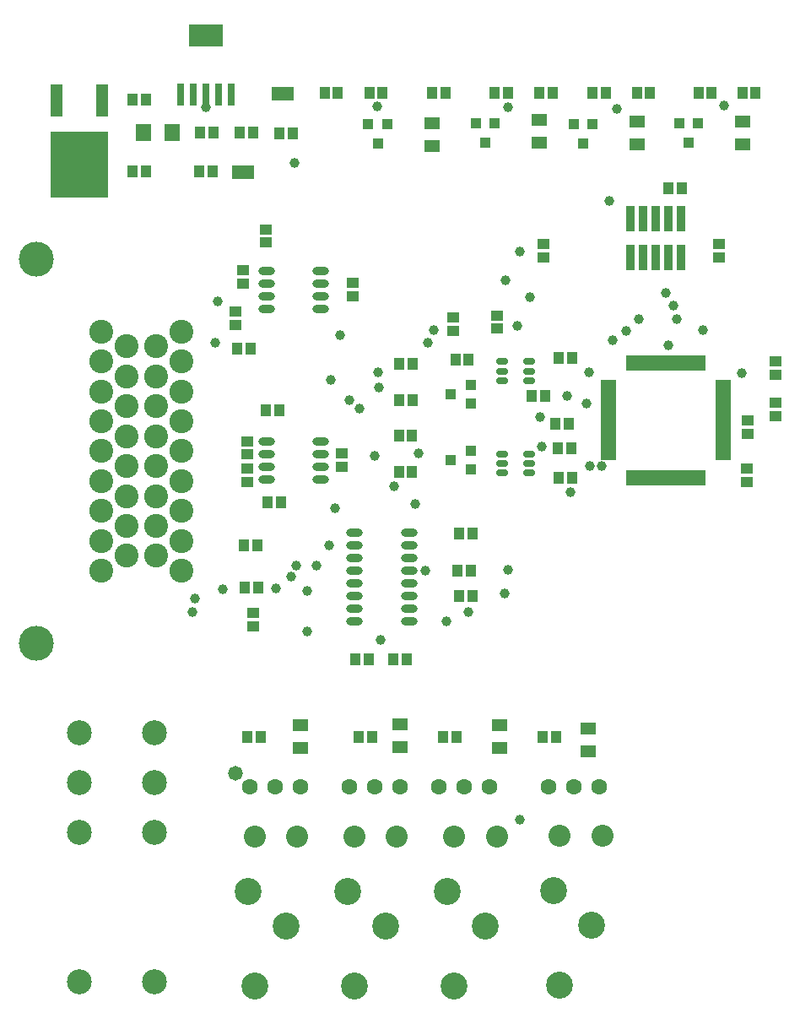
<source format=gts>
G04*
G04 #@! TF.GenerationSoftware,Altium Limited,Altium Designer,19.1.8 (144)*
G04*
G04 Layer_Color=8388736*
%FSLAX25Y25*%
%MOIN*%
G70*
G01*
G75*
%ADD36R,0.03792X0.10249*%
%ADD37R,0.06115X0.01981*%
%ADD38R,0.01981X0.06115*%
%ADD39O,0.06509X0.03162*%
%ADD40O,0.04737X0.02769*%
%ADD41R,0.03162X0.09068*%
%ADD42R,0.13398X0.09068*%
%ADD43R,0.08871X0.05328*%
%ADD44R,0.04540X0.04147*%
%ADD45R,0.04147X0.04540*%
%ADD46R,0.04737X0.12611*%
%ADD47R,0.22650X0.25997*%
%ADD48R,0.03950X0.04343*%
%ADD49R,0.05918X0.05131*%
%ADD50R,0.04343X0.03950*%
%ADD51R,0.06115X0.06509*%
%ADD52R,0.04343X0.04737*%
%ADD53R,0.04737X0.04343*%
%ADD54C,0.06312*%
%ADD55C,0.09461*%
%ADD56C,0.13792*%
%ADD57C,0.10642*%
%ADD58C,0.08674*%
%ADD59C,0.09855*%
%ADD60C,0.05800*%
%ADD61C,0.03875*%
D36*
X250249Y303564D02*
D03*
Y318918D02*
D03*
X255249Y303564D02*
D03*
Y318918D02*
D03*
X260249Y303564D02*
D03*
Y318918D02*
D03*
X265249Y303564D02*
D03*
Y318918D02*
D03*
X270249Y303564D02*
D03*
Y318918D02*
D03*
D37*
X241594Y254064D02*
D03*
Y252095D02*
D03*
Y250127D02*
D03*
Y248158D02*
D03*
Y246190D02*
D03*
Y244221D02*
D03*
Y242253D02*
D03*
Y240284D02*
D03*
Y238316D02*
D03*
Y236347D02*
D03*
Y234379D02*
D03*
Y232410D02*
D03*
Y230442D02*
D03*
Y228473D02*
D03*
Y226505D02*
D03*
Y224536D02*
D03*
X286870D02*
D03*
Y226505D02*
D03*
Y228473D02*
D03*
Y230442D02*
D03*
Y232410D02*
D03*
Y234379D02*
D03*
Y236347D02*
D03*
Y238316D02*
D03*
Y240284D02*
D03*
Y242253D02*
D03*
Y244221D02*
D03*
Y246190D02*
D03*
Y248158D02*
D03*
Y250127D02*
D03*
Y252095D02*
D03*
Y254064D02*
D03*
D38*
X249468Y216662D02*
D03*
X251436D02*
D03*
X253405D02*
D03*
X255374D02*
D03*
X257342D02*
D03*
X259311D02*
D03*
X261279D02*
D03*
X263248D02*
D03*
X265216D02*
D03*
X267185D02*
D03*
X269153D02*
D03*
X271122D02*
D03*
X273090D02*
D03*
X275059D02*
D03*
X277027D02*
D03*
X278996D02*
D03*
Y261938D02*
D03*
X277027D02*
D03*
X275059D02*
D03*
X273090D02*
D03*
X271122D02*
D03*
X269153D02*
D03*
X267185D02*
D03*
X265216D02*
D03*
X263248D02*
D03*
X261279D02*
D03*
X259311D02*
D03*
X257342D02*
D03*
X255374D02*
D03*
X253405D02*
D03*
X251436D02*
D03*
X249468D02*
D03*
D39*
X162757Y160000D02*
D03*
Y165000D02*
D03*
Y170000D02*
D03*
Y175000D02*
D03*
Y180000D02*
D03*
Y185000D02*
D03*
Y190000D02*
D03*
Y195000D02*
D03*
X141300Y160000D02*
D03*
Y165000D02*
D03*
Y170000D02*
D03*
Y175000D02*
D03*
Y180000D02*
D03*
Y185000D02*
D03*
Y190000D02*
D03*
Y195000D02*
D03*
X106473Y298100D02*
D03*
Y293100D02*
D03*
Y288100D02*
D03*
Y283100D02*
D03*
X127929Y298100D02*
D03*
Y293100D02*
D03*
Y288100D02*
D03*
Y283100D02*
D03*
X106472Y230900D02*
D03*
Y225900D02*
D03*
Y220900D02*
D03*
Y215900D02*
D03*
X127928Y230900D02*
D03*
Y225900D02*
D03*
Y220900D02*
D03*
Y215900D02*
D03*
D40*
X199409Y262402D02*
D03*
Y258661D02*
D03*
Y254921D02*
D03*
X210039Y262402D02*
D03*
Y258661D02*
D03*
Y254921D02*
D03*
X199523Y225898D02*
D03*
Y222158D02*
D03*
Y218418D02*
D03*
X210153Y225898D02*
D03*
Y222158D02*
D03*
Y218418D02*
D03*
D41*
X72400Y367787D02*
D03*
X77400D02*
D03*
X82400D02*
D03*
X87400D02*
D03*
X92400D02*
D03*
D42*
X82400Y391213D02*
D03*
D43*
X112802Y368209D02*
D03*
X97053Y337264D02*
D03*
D44*
X307480Y257283D02*
D03*
Y262402D02*
D03*
X296000Y215000D02*
D03*
Y220118D02*
D03*
X307500Y241000D02*
D03*
Y246118D02*
D03*
X197539Y275394D02*
D03*
Y280512D02*
D03*
X97229Y298429D02*
D03*
Y293311D02*
D03*
X98700Y230959D02*
D03*
Y225841D02*
D03*
D45*
X196555Y368596D02*
D03*
X201673D02*
D03*
X214272D02*
D03*
X219390D02*
D03*
X277067D02*
D03*
X282185D02*
D03*
X294488D02*
D03*
X299606D02*
D03*
X235236D02*
D03*
X240354D02*
D03*
X252854D02*
D03*
X257972D02*
D03*
X129527D02*
D03*
X134646D02*
D03*
X152264Y368602D02*
D03*
X147146D02*
D03*
X171949Y368504D02*
D03*
X177067D02*
D03*
X181004Y263189D02*
D03*
X186122D02*
D03*
X158858Y218898D02*
D03*
X163976D02*
D03*
X158858Y233071D02*
D03*
X163976D02*
D03*
D46*
X41616Y365494D02*
D03*
X23584D02*
D03*
D47*
X32600Y340100D02*
D03*
D48*
X273228Y348721D02*
D03*
X269488Y356595D02*
D03*
X276969D02*
D03*
X231496Y348469D02*
D03*
X227756Y356343D02*
D03*
X235236D02*
D03*
X192913Y348721D02*
D03*
X189173Y356594D02*
D03*
X196653D02*
D03*
X150394Y348425D02*
D03*
X146653Y356299D02*
D03*
X154134D02*
D03*
D49*
X214173Y348819D02*
D03*
Y357874D02*
D03*
X233500Y108445D02*
D03*
Y117500D02*
D03*
X159197Y110291D02*
D03*
Y119346D02*
D03*
X119827Y109701D02*
D03*
Y118756D02*
D03*
X198567Y109701D02*
D03*
Y118756D02*
D03*
X294488Y348178D02*
D03*
Y357233D02*
D03*
X252756Y348178D02*
D03*
Y357233D02*
D03*
X171936Y347378D02*
D03*
Y356433D02*
D03*
D50*
X179134Y249508D02*
D03*
X187008Y253248D02*
D03*
Y245768D02*
D03*
X179134Y223524D02*
D03*
X187008Y227264D02*
D03*
Y219783D02*
D03*
D51*
X69307Y352714D02*
D03*
X57693D02*
D03*
D52*
X58857Y337651D02*
D03*
X53542D02*
D03*
X211122Y248720D02*
D03*
X216437D02*
D03*
X265243Y330700D02*
D03*
X270557D02*
D03*
X221358Y228346D02*
D03*
X226673D02*
D03*
X220472Y237992D02*
D03*
X225787D02*
D03*
X146858Y144882D02*
D03*
X141542D02*
D03*
X156496Y144882D02*
D03*
X161811D02*
D03*
X227067Y263779D02*
D03*
X221752D02*
D03*
X227067Y216535D02*
D03*
X221752D02*
D03*
X106299Y243307D02*
D03*
X111614D02*
D03*
X111516Y352600D02*
D03*
X116831D02*
D03*
X85335Y353000D02*
D03*
X80020D02*
D03*
X98764Y114228D02*
D03*
X104079D02*
D03*
X181540Y114228D02*
D03*
X176225D02*
D03*
X182382Y169882D02*
D03*
X187697D02*
D03*
X181943Y179800D02*
D03*
X187258D02*
D03*
X164075Y247244D02*
D03*
X158760D02*
D03*
X79985Y337402D02*
D03*
X85300D02*
D03*
X95767Y352756D02*
D03*
X101082D02*
D03*
X53543Y365700D02*
D03*
X58857D02*
D03*
X94882Y267618D02*
D03*
X100197D02*
D03*
X103051Y173228D02*
D03*
X97736D02*
D03*
X102854Y189862D02*
D03*
X97539D02*
D03*
X112057Y207000D02*
D03*
X106743D02*
D03*
X182579Y194488D02*
D03*
X187893D02*
D03*
X164075Y261417D02*
D03*
X158760D02*
D03*
X148272Y114326D02*
D03*
X142957D02*
D03*
X220910Y114228D02*
D03*
X215595D02*
D03*
D53*
X296457Y233858D02*
D03*
Y239173D02*
D03*
X106299Y309350D02*
D03*
Y314665D02*
D03*
X140500Y288243D02*
D03*
Y293558D02*
D03*
X136100Y220942D02*
D03*
Y226257D02*
D03*
X101000Y163157D02*
D03*
Y157843D02*
D03*
X94193Y282086D02*
D03*
Y276772D02*
D03*
X180100Y274443D02*
D03*
Y279757D02*
D03*
X98800Y220057D02*
D03*
Y214743D02*
D03*
X285200Y308957D02*
D03*
Y303642D02*
D03*
X215800Y308957D02*
D03*
Y303642D02*
D03*
D54*
X119827Y94543D02*
D03*
X109827D02*
D03*
X99827D02*
D03*
X237937Y94543D02*
D03*
X227938D02*
D03*
X217937D02*
D03*
X159197Y94543D02*
D03*
X149197D02*
D03*
X139197D02*
D03*
X194630Y94543D02*
D03*
X184630D02*
D03*
X174630D02*
D03*
D55*
X72677Y179807D02*
D03*
Y191618D02*
D03*
Y203429D02*
D03*
Y215240D02*
D03*
Y227051D02*
D03*
Y238862D02*
D03*
Y250673D02*
D03*
Y262484D02*
D03*
Y274295D02*
D03*
X62835Y185713D02*
D03*
Y197524D02*
D03*
Y209335D02*
D03*
Y221146D02*
D03*
Y232957D02*
D03*
Y244768D02*
D03*
Y256579D02*
D03*
Y268390D02*
D03*
X51024Y185713D02*
D03*
Y197524D02*
D03*
Y209335D02*
D03*
Y221146D02*
D03*
Y232957D02*
D03*
Y244768D02*
D03*
Y256579D02*
D03*
Y268390D02*
D03*
X41181Y179807D02*
D03*
Y191618D02*
D03*
Y203429D02*
D03*
Y215240D02*
D03*
Y227051D02*
D03*
Y238862D02*
D03*
Y250673D02*
D03*
Y262484D02*
D03*
Y274295D02*
D03*
D56*
X15590Y302839D02*
D03*
Y151264D02*
D03*
D57*
X141048Y15803D02*
D03*
X138489Y53204D02*
D03*
X153449Y39425D02*
D03*
X180418Y15803D02*
D03*
X177859Y53204D02*
D03*
X192819Y39425D02*
D03*
X101678Y15803D02*
D03*
X99119Y53204D02*
D03*
X114079Y39425D02*
D03*
X222288Y16196D02*
D03*
X219729Y53598D02*
D03*
X234689Y39819D02*
D03*
D58*
X157977Y74858D02*
D03*
X141048D02*
D03*
X197347D02*
D03*
X180418D02*
D03*
X118607D02*
D03*
X101678D02*
D03*
X239217Y75252D02*
D03*
X222288D02*
D03*
D59*
X32480Y115929D02*
D03*
X62008D02*
D03*
X32480Y76559D02*
D03*
Y96244D02*
D03*
X62008Y76559D02*
D03*
Y96244D02*
D03*
Y17504D02*
D03*
X32480D02*
D03*
D60*
X94000Y100000D02*
D03*
D61*
X177500Y160000D02*
D03*
X205500Y276500D02*
D03*
X210500Y288000D02*
D03*
X151500Y152500D02*
D03*
X135500Y273000D02*
D03*
X186000Y163500D02*
D03*
X89283Y172402D02*
D03*
X225000Y249000D02*
D03*
X243000Y271000D02*
D03*
X265216Y268716D02*
D03*
X248500Y274500D02*
D03*
X253405Y279094D02*
D03*
X232677Y246007D02*
D03*
X150098Y363189D02*
D03*
X82400Y362768D02*
D03*
X200591Y170768D02*
D03*
X201969Y180217D02*
D03*
X215158Y228740D02*
D03*
X226500Y211000D02*
D03*
X118012Y181693D02*
D03*
X110000Y173000D02*
D03*
X77165Y163484D02*
D03*
X122441Y155905D02*
D03*
X126279Y181988D02*
D03*
X150787Y252264D02*
D03*
X278839Y275000D02*
D03*
X268406Y279232D02*
D03*
X267126Y284449D02*
D03*
X287013Y363572D02*
D03*
X294094Y257972D02*
D03*
X244783Y362205D02*
D03*
X201673Y362697D02*
D03*
X214567Y240650D02*
D03*
X234252Y221260D02*
D03*
X206398Y305807D02*
D03*
X149114Y225197D02*
D03*
X143110Y243898D02*
D03*
X166437Y226279D02*
D03*
X150401Y258084D02*
D03*
X156890Y213090D02*
D03*
X139117Y247300D02*
D03*
X131791Y255217D02*
D03*
X238878Y221161D02*
D03*
X122343Y171752D02*
D03*
X116088Y177396D02*
D03*
X87106Y286122D02*
D03*
X200702Y294662D02*
D03*
X172343Y275000D02*
D03*
X233760Y258169D02*
D03*
X165318Y206263D02*
D03*
X241732Y325787D02*
D03*
X86000Y270000D02*
D03*
X117600Y340800D02*
D03*
X169000Y179800D02*
D03*
X170000Y269700D02*
D03*
X133500Y204400D02*
D03*
X264100Y289500D02*
D03*
X78093Y168792D02*
D03*
X131300Y189700D02*
D03*
X206540Y81551D02*
D03*
M02*

</source>
